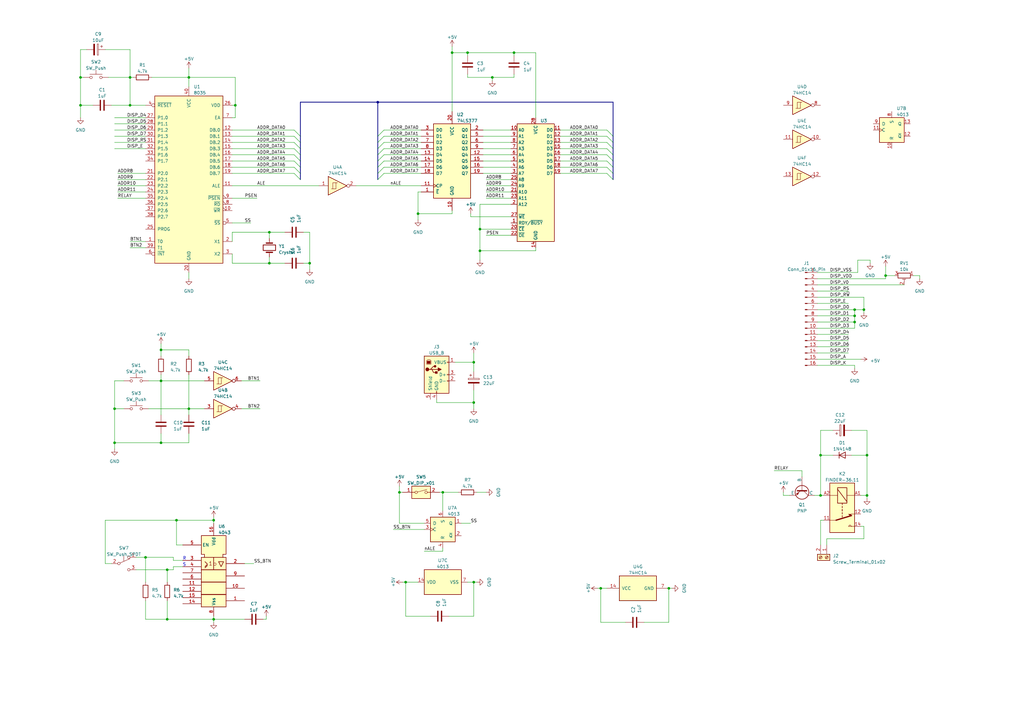
<source format=kicad_sch>
(kicad_sch (version 20230121) (generator eeschema)
  (paper "A3")
  (junction (at 127 107.95))
  (junction (at 185.42 21.59))
  (junction (at 46.99 167.64))
  (junction (at 110.49 107.95))
  (junction (at 53.34 31.75))
  (junction (at 194.31 148.59))
  (junction (at 194.31 165.1))
  (junction (at 72.39 213.36))
  (junction (at 68.58 233.68))
  (junction (at 181.61 201.93))
  (junction (at 66.04 181.61))
  (junction (at 110.49 95.25))
  (junction (at 87.63 254))
  (junction (at 363.22 113.03))
  (junction (at 196.85 102.87))
  (junction (at 350.52 127))
  (junction (at 246.38 241.3))
  (junction (at 166.37 238.76))
  (junction (at 96.52 43.18))
  (junction (at 66.04 143.51))
  (junction (at 336.55 186.69))
  (junction (at 59.69 228.6))
  (junction (at 163.83 201.93))
  (junction (at 87.63 213.36))
  (junction (at 191.77 21.59))
  (junction (at 68.58 254))
  (junction (at 46.99 181.61))
  (junction (at 77.47 167.64))
  (junction (at 350.52 132.08))
  (junction (at 33.02 43.18))
  (junction (at 354.33 127))
  (junction (at 66.04 156.21))
  (junction (at 350.52 129.54))
  (junction (at 274.32 241.3))
  (junction (at 77.47 31.75))
  (junction (at 154.94 41.91))
  (junction (at 33.02 31.75))
  (junction (at 196.85 93.98))
  (junction (at 210.82 21.59))
  (junction (at 336.55 203.2))
  (junction (at 53.34 43.18))
  (junction (at 201.93 31.75))
  (junction (at 355.6 186.69))
  (junction (at 194.31 238.76))
  (junction (at 355.6 203.2))
  (junction (at 171.45 87.63))
  (bus_entry (at 248.92 66.04) (size 2.54 2.54))
  (bus_entry (at 248.92 68.58) (size 2.54 2.54))
  (bus_entry (at 120.65 71.12) (size 2.54 2.54))
  (bus_entry (at 154.94 63.5) (size 2.54 -2.54))
  (bus_entry (at 248.92 58.42) (size 2.54 2.54))
  (bus_entry (at 248.92 63.5) (size 2.54 2.54))
  (bus_entry (at 154.94 68.58) (size 2.54 -2.54))
  (bus_entry (at 120.65 58.42) (size 2.54 2.54))
  (bus_entry (at 248.92 53.34) (size 2.54 2.54))
  (bus_entry (at 120.65 53.34) (size 2.54 2.54))
  (bus_entry (at 154.94 58.42) (size 2.54 -2.54))
  (bus_entry (at 120.65 63.5) (size 2.54 2.54))
  (bus_entry (at 120.65 68.58) (size 2.54 2.54))
  (bus_entry (at 248.92 55.88) (size 2.54 2.54))
  (bus_entry (at 248.92 60.96) (size 2.54 2.54))
  (bus_entry (at 154.94 60.96) (size 2.54 -2.54))
  (bus_entry (at 154.94 55.88) (size 2.54 -2.54))
  (bus_entry (at 154.94 66.04) (size 2.54 -2.54))
  (bus_entry (at 120.65 60.96) (size 2.54 2.54))
  (bus_entry (at 248.92 71.12) (size 2.54 2.54))
  (bus_entry (at 154.94 73.66) (size 2.54 -2.54))
  (bus_entry (at 154.94 71.12) (size 2.54 -2.54))
  (bus_entry (at 120.65 55.88) (size 2.54 2.54))
  (bus_entry (at 120.65 66.04) (size 2.54 2.54))
  (wire (pts (xy 363.22 113.03) (xy 367.03 113.03)))
  (wire (pts (xy 95.25 71.12) (xy 120.65 71.12)))
  (wire (pts (xy 46.99 55.88) (xy 59.69 55.88)))
  (wire (pts (xy 194.31 238.76) (xy 194.31 252.73)))
  (wire (pts (xy 95.25 43.18) (xy 96.52 43.18)))
  (wire (pts (xy 246.38 255.27) (xy 256.54 255.27)))
  (wire (pts (xy 95.25 53.34) (xy 120.65 53.34)))
  (wire (pts (xy 191.77 31.75) (xy 191.77 30.48)))
  (wire (pts (xy 157.48 58.42) (xy 172.72 58.42)))
  (wire (pts (xy 181.61 201.93) (xy 181.61 209.55)))
  (wire (pts (xy 95.25 107.95) (xy 95.25 104.14)))
  (wire (pts (xy 328.93 193.04) (xy 328.93 195.58)))
  (bus (pts (xy 251.46 55.88) (xy 251.46 41.91)))
  (wire (pts (xy 95.25 55.88) (xy 120.65 55.88)))
  (wire (pts (xy 339.09 223.52) (xy 339.09 220.98)))
  (wire (pts (xy 48.26 71.12) (xy 59.69 71.12)))
  (wire (pts (xy 95.25 95.25) (xy 95.25 99.06)))
  (wire (pts (xy 185.42 19.05) (xy 185.42 21.59)))
  (wire (pts (xy 351.79 111.76) (xy 335.28 111.76)))
  (wire (pts (xy 199.39 73.66) (xy 209.55 73.66)))
  (bus (pts (xy 251.46 71.12) (xy 251.46 68.58)))
  (wire (pts (xy 194.31 144.78) (xy 194.31 148.59)))
  (wire (pts (xy 351.79 106.68) (xy 356.87 106.68)))
  (bus (pts (xy 123.19 60.96) (xy 123.19 63.5)))
  (bus (pts (xy 251.46 73.66) (xy 251.46 71.12)))
  (wire (pts (xy 350.52 129.54) (xy 350.52 132.08)))
  (wire (pts (xy 77.47 143.51) (xy 77.47 146.05)))
  (bus (pts (xy 154.94 66.04) (xy 154.94 68.58)))
  (wire (pts (xy 46.99 181.61) (xy 66.04 181.61)))
  (bus (pts (xy 154.94 55.88) (xy 154.94 58.42)))
  (wire (pts (xy 199.39 76.2) (xy 209.55 76.2)))
  (wire (pts (xy 95.25 66.04) (xy 120.65 66.04)))
  (wire (pts (xy 355.6 186.69) (xy 355.6 203.2)))
  (wire (pts (xy 229.87 55.88) (xy 248.92 55.88)))
  (wire (pts (xy 95.25 60.96) (xy 120.65 60.96)))
  (wire (pts (xy 245.11 241.3) (xy 246.38 241.3)))
  (bus (pts (xy 154.94 71.12) (xy 154.94 73.66)))
  (wire (pts (xy 173.99 226.06) (xy 181.61 226.06)))
  (wire (pts (xy 173.99 217.17) (xy 161.29 217.17)))
  (wire (pts (xy 157.48 66.04) (xy 172.72 66.04)))
  (wire (pts (xy 96.52 43.18) (xy 96.52 31.75)))
  (wire (pts (xy 181.61 224.79) (xy 181.61 226.06)))
  (wire (pts (xy 335.28 137.16) (xy 347.98 137.16)))
  (bus (pts (xy 154.94 41.91) (xy 251.46 41.91)))
  (wire (pts (xy 180.34 201.93) (xy 181.61 201.93)))
  (wire (pts (xy 59.69 254) (xy 68.58 254)))
  (wire (pts (xy 198.12 66.04) (xy 209.55 66.04)))
  (wire (pts (xy 71.12 229.87) (xy 74.93 229.87)))
  (bus (pts (xy 123.19 41.91) (xy 154.94 41.91)))
  (wire (pts (xy 157.48 60.96) (xy 172.72 60.96)))
  (wire (pts (xy 350.52 127) (xy 350.52 129.54)))
  (wire (pts (xy 71.12 228.6) (xy 71.12 229.87)))
  (wire (pts (xy 46.99 53.34) (xy 59.69 53.34)))
  (wire (pts (xy 95.25 63.5) (xy 120.65 63.5)))
  (wire (pts (xy 77.47 111.76) (xy 77.47 114.3)))
  (wire (pts (xy 43.18 20.32) (xy 53.34 20.32)))
  (wire (pts (xy 43.18 213.36) (xy 72.39 213.36)))
  (wire (pts (xy 354.33 127) (xy 354.33 128.27)))
  (wire (pts (xy 199.39 201.93) (xy 195.58 201.93)))
  (wire (pts (xy 336.55 176.53) (xy 336.55 186.69)))
  (wire (pts (xy 66.04 140.97) (xy 66.04 143.51)))
  (wire (pts (xy 35.56 20.32) (xy 33.02 20.32)))
  (wire (pts (xy 363.22 114.3) (xy 363.22 113.03)))
  (wire (pts (xy 127 107.95) (xy 124.46 107.95)))
  (wire (pts (xy 336.55 213.36) (xy 337.82 213.36)))
  (wire (pts (xy 60.96 167.64) (xy 77.47 167.64)))
  (bus (pts (xy 251.46 66.04) (xy 251.46 63.5)))
  (wire (pts (xy 48.26 78.74) (xy 59.69 78.74)))
  (wire (pts (xy 194.31 152.4) (xy 194.31 148.59)))
  (wire (pts (xy 100.33 231.14) (xy 104.14 231.14)))
  (wire (pts (xy 165.1 201.93) (xy 163.83 201.93)))
  (wire (pts (xy 189.23 214.63) (xy 193.04 214.63)))
  (wire (pts (xy 198.12 53.34) (xy 209.55 53.34)))
  (wire (pts (xy 179.07 165.1) (xy 194.31 165.1)))
  (wire (pts (xy 124.46 95.25) (xy 127 95.25)))
  (wire (pts (xy 229.87 53.34) (xy 248.92 53.34)))
  (wire (pts (xy 335.28 129.54) (xy 350.52 129.54)))
  (wire (pts (xy 185.42 21.59) (xy 185.42 45.72)))
  (wire (pts (xy 59.69 228.6) (xy 59.69 238.76)))
  (wire (pts (xy 191.77 31.75) (xy 201.93 31.75)))
  (bus (pts (xy 251.46 68.58) (xy 251.46 66.04)))
  (wire (pts (xy 53.34 20.32) (xy 53.34 31.75)))
  (wire (pts (xy 33.02 43.18) (xy 33.02 48.26)))
  (wire (pts (xy 46.99 60.96) (xy 59.69 60.96)))
  (wire (pts (xy 110.49 105.41) (xy 110.49 107.95)))
  (wire (pts (xy 349.25 186.69) (xy 355.6 186.69)))
  (wire (pts (xy 43.18 231.14) (xy 43.18 213.36)))
  (bus (pts (xy 123.19 68.58) (xy 123.19 71.12)))
  (wire (pts (xy 95.25 91.44) (xy 102.87 91.44)))
  (wire (pts (xy 198.12 63.5) (xy 209.55 63.5)))
  (wire (pts (xy 198.12 71.12) (xy 209.55 71.12)))
  (wire (pts (xy 157.48 53.34) (xy 172.72 53.34)))
  (wire (pts (xy 274.32 255.27) (xy 264.16 255.27)))
  (wire (pts (xy 50.8 167.64) (xy 46.99 167.64)))
  (wire (pts (xy 53.34 43.18) (xy 59.69 43.18)))
  (wire (pts (xy 194.31 165.1) (xy 194.31 167.64)))
  (wire (pts (xy 95.25 48.26) (xy 96.52 48.26)))
  (wire (pts (xy 353.06 215.9) (xy 354.33 215.9)))
  (wire (pts (xy 166.37 238.76) (xy 171.45 238.76)))
  (wire (pts (xy 66.04 181.61) (xy 66.04 177.8)))
  (wire (pts (xy 72.39 213.36) (xy 72.39 223.52)))
  (wire (pts (xy 66.04 153.67) (xy 66.04 156.21)))
  (wire (pts (xy 96.52 31.75) (xy 77.47 31.75)))
  (wire (pts (xy 181.61 201.93) (xy 187.96 201.93)))
  (wire (pts (xy 110.49 95.25) (xy 116.84 95.25)))
  (wire (pts (xy 219.71 101.6) (xy 219.71 102.87)))
  (wire (pts (xy 166.37 252.73) (xy 176.53 252.73)))
  (wire (pts (xy 199.39 81.28) (xy 209.55 81.28)))
  (wire (pts (xy 201.93 31.75) (xy 210.82 31.75)))
  (wire (pts (xy 354.33 127) (xy 354.33 121.92)))
  (wire (pts (xy 77.47 177.8) (xy 77.47 181.61)))
  (wire (pts (xy 199.39 78.74) (xy 209.55 78.74)))
  (wire (pts (xy 209.55 83.82) (xy 196.85 83.82)))
  (wire (pts (xy 77.47 167.64) (xy 83.82 167.64)))
  (wire (pts (xy 210.82 21.59) (xy 210.82 22.86)))
  (wire (pts (xy 341.63 176.53) (xy 336.55 176.53)))
  (wire (pts (xy 163.83 199.39) (xy 163.83 201.93)))
  (wire (pts (xy 33.02 43.18) (xy 38.1 43.18)))
  (wire (pts (xy 72.39 223.52) (xy 74.93 223.52)))
  (wire (pts (xy 146.05 76.2) (xy 172.72 76.2)))
  (wire (pts (xy 323.85 203.2) (xy 321.31 203.2)))
  (wire (pts (xy 370.84 116.84) (xy 335.28 116.84)))
  (wire (pts (xy 350.52 127) (xy 354.33 127)))
  (wire (pts (xy 72.39 213.36) (xy 87.63 213.36)))
  (wire (pts (xy 60.96 156.21) (xy 66.04 156.21)))
  (wire (pts (xy 229.87 60.96) (xy 248.92 60.96)))
  (wire (pts (xy 77.47 170.18) (xy 77.47 167.64)))
  (wire (pts (xy 99.06 167.64) (xy 106.68 167.64)))
  (wire (pts (xy 46.99 167.64) (xy 46.99 181.61)))
  (wire (pts (xy 87.63 254) (xy 87.63 255.27)))
  (wire (pts (xy 34.29 31.75) (xy 33.02 31.75)))
  (wire (pts (xy 48.26 73.66) (xy 59.69 73.66)))
  (wire (pts (xy 171.45 87.63) (xy 185.42 87.63)))
  (wire (pts (xy 194.31 148.59) (xy 186.69 148.59)))
  (wire (pts (xy 53.34 31.75) (xy 54.61 31.75)))
  (wire (pts (xy 356.87 106.68) (xy 356.87 107.95)))
  (wire (pts (xy 171.45 87.63) (xy 171.45 90.17)))
  (wire (pts (xy 335.28 124.46) (xy 347.98 124.46)))
  (bus (pts (xy 123.19 71.12) (xy 123.19 73.66)))
  (wire (pts (xy 53.34 31.75) (xy 53.34 43.18)))
  (wire (pts (xy 339.09 220.98) (xy 354.33 220.98)))
  (wire (pts (xy 48.26 81.28) (xy 59.69 81.28)))
  (wire (pts (xy 99.06 156.21) (xy 106.68 156.21)))
  (wire (pts (xy 229.87 71.12) (xy 248.92 71.12)))
  (wire (pts (xy 157.48 68.58) (xy 172.72 68.58)))
  (wire (pts (xy 68.58 233.68) (xy 68.58 238.76)))
  (wire (pts (xy 68.58 233.68) (xy 71.12 233.68)))
  (wire (pts (xy 335.28 149.86) (xy 350.52 149.86)))
  (wire (pts (xy 166.37 238.76) (xy 166.37 252.73)))
  (wire (pts (xy 350.52 151.13) (xy 350.52 149.86)))
  (wire (pts (xy 336.55 213.36) (xy 336.55 223.52)))
  (wire (pts (xy 194.31 252.73) (xy 184.15 252.73)))
  (wire (pts (xy 33.02 31.75) (xy 33.02 43.18)))
  (wire (pts (xy 198.12 58.42) (xy 209.55 58.42)))
  (wire (pts (xy 77.47 31.75) (xy 77.47 35.56)))
  (wire (pts (xy 95.25 95.25) (xy 110.49 95.25)))
  (wire (pts (xy 377.19 113.03) (xy 374.65 113.03)))
  (wire (pts (xy 77.47 27.94) (xy 77.47 31.75)))
  (wire (pts (xy 59.69 228.6) (xy 71.12 228.6)))
  (wire (pts (xy 179.07 163.83) (xy 179.07 165.1)))
  (wire (pts (xy 95.25 81.28) (xy 105.41 81.28)))
  (wire (pts (xy 229.87 58.42) (xy 248.92 58.42)))
  (wire (pts (xy 335.28 144.78) (xy 347.98 144.78)))
  (wire (pts (xy 110.49 107.95) (xy 95.25 107.95)))
  (wire (pts (xy 116.84 107.95) (xy 110.49 107.95)))
  (wire (pts (xy 377.19 114.3) (xy 377.19 113.03)))
  (wire (pts (xy 335.28 134.62) (xy 350.52 134.62)))
  (wire (pts (xy 87.63 212.09) (xy 87.63 213.36)))
  (wire (pts (xy 55.88 228.6) (xy 59.69 228.6)))
  (wire (pts (xy 335.28 121.92) (xy 354.33 121.92)))
  (wire (pts (xy 110.49 95.25) (xy 110.49 97.79)))
  (wire (pts (xy 77.47 153.67) (xy 77.47 167.64)))
  (wire (pts (xy 336.55 203.2) (xy 337.82 203.2)))
  (bus (pts (xy 154.94 41.91) (xy 154.94 55.88)))
  (wire (pts (xy 172.72 78.74) (xy 171.45 78.74)))
  (wire (pts (xy 157.48 71.12) (xy 172.72 71.12)))
  (wire (pts (xy 96.52 48.26) (xy 96.52 43.18)))
  (wire (pts (xy 194.31 165.1) (xy 194.31 160.02)))
  (wire (pts (xy 194.31 238.76) (xy 195.58 238.76)))
  (bus (pts (xy 123.19 63.5) (xy 123.19 66.04)))
  (wire (pts (xy 246.38 241.3) (xy 246.38 255.27)))
  (wire (pts (xy 48.26 76.2) (xy 59.69 76.2)))
  (wire (pts (xy 46.99 156.21) (xy 46.99 167.64)))
  (wire (pts (xy 196.85 93.98) (xy 209.55 93.98)))
  (wire (pts (xy 95.25 76.2) (xy 130.81 76.2)))
  (wire (pts (xy 335.28 147.32) (xy 353.06 147.32)))
  (wire (pts (xy 53.34 99.06) (xy 59.69 99.06)))
  (wire (pts (xy 191.77 21.59) (xy 210.82 21.59)))
  (wire (pts (xy 55.88 233.68) (xy 68.58 233.68)))
  (wire (pts (xy 355.6 176.53) (xy 355.6 186.69)))
  (bus (pts (xy 154.94 60.96) (xy 154.94 63.5)))
  (wire (pts (xy 350.52 132.08) (xy 350.52 134.62)))
  (wire (pts (xy 335.28 142.24) (xy 347.98 142.24)))
  (wire (pts (xy 199.39 96.52) (xy 209.55 96.52)))
  (wire (pts (xy 185.42 21.59) (xy 191.77 21.59)))
  (wire (pts (xy 66.04 143.51) (xy 77.47 143.51)))
  (wire (pts (xy 219.71 21.59) (xy 219.71 48.26)))
  (wire (pts (xy 44.45 31.75) (xy 53.34 31.75)))
  (wire (pts (xy 66.04 146.05) (xy 66.04 143.51)))
  (wire (pts (xy 46.99 58.42) (xy 59.69 58.42)))
  (wire (pts (xy 171.45 78.74) (xy 171.45 87.63)))
  (wire (pts (xy 163.83 214.63) (xy 173.99 214.63)))
  (wire (pts (xy 53.34 101.6) (xy 59.69 101.6)))
  (wire (pts (xy 198.12 60.96) (xy 209.55 60.96)))
  (wire (pts (xy 193.04 88.9) (xy 193.04 87.63)))
  (wire (pts (xy 191.77 238.76) (xy 194.31 238.76)))
  (wire (pts (xy 68.58 254) (xy 87.63 254)))
  (wire (pts (xy 274.32 241.3) (xy 275.59 241.3)))
  (wire (pts (xy 45.72 43.18) (xy 53.34 43.18)))
  (wire (pts (xy 229.87 63.5) (xy 248.92 63.5)))
  (bus (pts (xy 123.19 41.91) (xy 123.19 55.88)))
  (wire (pts (xy 321.31 203.2) (xy 321.31 201.93)))
  (wire (pts (xy 210.82 21.59) (xy 219.71 21.59)))
  (wire (pts (xy 87.63 213.36) (xy 87.63 214.63)))
  (bus (pts (xy 123.19 66.04) (xy 123.19 68.58)))
  (wire (pts (xy 198.12 68.58) (xy 209.55 68.58)))
  (wire (pts (xy 46.99 48.26) (xy 59.69 48.26)))
  (wire (pts (xy 45.72 231.14) (xy 43.18 231.14)))
  (wire (pts (xy 33.02 20.32) (xy 33.02 31.75)))
  (wire (pts (xy 196.85 102.87) (xy 196.85 106.68)))
  (wire (pts (xy 317.5 193.04) (xy 328.93 193.04)))
  (wire (pts (xy 274.32 241.3) (xy 274.32 255.27)))
  (wire (pts (xy 335.28 139.7) (xy 347.98 139.7)))
  (wire (pts (xy 335.28 132.08) (xy 350.52 132.08)))
  (wire (pts (xy 210.82 30.48) (xy 210.82 31.75)))
  (wire (pts (xy 46.99 181.61) (xy 46.99 184.15)))
  (wire (pts (xy 109.22 254) (xy 109.22 252.73)))
  (wire (pts (xy 191.77 21.59) (xy 191.77 22.86)))
  (wire (pts (xy 196.85 83.82) (xy 196.85 93.98)))
  (wire (pts (xy 100.33 254) (xy 87.63 254)))
  (wire (pts (xy 165.1 238.76) (xy 166.37 238.76)))
  (wire (pts (xy 185.42 86.36) (xy 185.42 87.63)))
  (wire (pts (xy 46.99 50.8) (xy 59.69 50.8)))
  (wire (pts (xy 349.25 176.53) (xy 355.6 176.53)))
  (wire (pts (xy 109.22 254) (xy 107.95 254)))
  (bus (pts (xy 154.94 68.58) (xy 154.94 71.12)))
  (wire (pts (xy 229.87 68.58) (xy 248.92 68.58)))
  (wire (pts (xy 95.25 68.58) (xy 120.65 68.58)))
  (wire (pts (xy 95.25 58.42) (xy 120.65 58.42)))
  (wire (pts (xy 209.55 88.9) (xy 193.04 88.9)))
  (wire (pts (xy 334.01 203.2) (xy 336.55 203.2)))
  (wire (pts (xy 127 95.25) (xy 127 107.95)))
  (wire (pts (xy 336.55 186.69) (xy 336.55 203.2)))
  (wire (pts (xy 66.04 156.21) (xy 83.82 156.21)))
  (wire (pts (xy 127 107.95) (xy 127 110.49)))
  (wire (pts (xy 77.47 181.61) (xy 66.04 181.61)))
  (wire (pts (xy 363.22 113.03) (xy 363.22 109.22)))
  (wire (pts (xy 198.12 55.88) (xy 209.55 55.88)))
  (bus (pts (xy 123.19 55.88) (xy 123.19 58.42)))
  (wire (pts (xy 87.63 252.73) (xy 87.63 254)))
  (bus (pts (xy 154.94 63.5) (xy 154.94 66.04)))
  (wire (pts (xy 59.69 246.38) (xy 59.69 254)))
  (bus (pts (xy 251.46 63.5) (xy 251.46 60.96)))
  (wire (pts (xy 163.83 201.93) (xy 163.83 214.63)))
  (wire (pts (xy 66.04 156.21) (xy 66.04 170.18)))
  (wire (pts (xy 201.93 31.75) (xy 201.93 33.02)))
  (bus (pts (xy 251.46 58.42) (xy 251.46 55.88)))
  (wire (pts (xy 354.33 215.9) (xy 354.33 220.98)))
  (bus (pts (xy 123.19 58.42) (xy 123.19 60.96)))
  (wire (pts (xy 196.85 102.87) (xy 219.71 102.87)))
  (wire (pts (xy 157.48 55.88) (xy 172.72 55.88)))
  (wire (pts (xy 355.6 203.2) (xy 353.06 203.2)))
  (wire (pts (xy 351.79 106.68) (xy 351.79 111.76)))
  (wire (pts (xy 335.28 114.3) (xy 363.22 114.3)))
  (wire (pts (xy 157.48 63.5) (xy 172.72 63.5)))
  (wire (pts (xy 50.8 156.21) (xy 46.99 156.21)))
  (wire (pts (xy 355.6 204.47) (xy 355.6 203.2)))
  (wire (pts (xy 246.38 241.3) (xy 248.92 241.3)))
  (wire (pts (xy 335.28 127) (xy 350.52 127)))
  (wire (pts (xy 335.28 119.38) (xy 347.98 119.38)))
  (bus (pts (xy 154.94 58.42) (xy 154.94 60.96)))
  (wire (pts (xy 71.12 232.41) (xy 71.12 233.68)))
  (bus (pts (xy 251.46 60.96) (xy 251.46 58.42)))
  (wire (pts (xy 62.23 31.75) (xy 77.47 31.75)))
  (wire (pts (xy 196.85 93.98) (xy 196.85 102.87)))
  (wire (pts (xy 71.12 232.41) (xy 74.93 232.41)))
  (wire (pts (xy 68.58 246.38) (xy 68.58 254)))
  (wire (pts (xy 341.63 186.69) (xy 336.55 186.69)))
  (wire (pts (xy 229.87 66.04) (xy 248.92 66.04)))
  (text "S" (at 74.93 232.41 0) (effects (font (size 1.27 1.27)) (justify left bottom)))
  (text "R" (at 74.93 229.87 0) (effects (font (size 1.27 1.27)) (justify left bottom)))
  (label "DISP_E" (at 52.07 60.96 0))
  (label "DISP_D5" (at 340.36 139.7 0))
  (label "DISP_D1" (at 340.36 129.54 0))
  (label "ADDR_DATA2" (at 233.68 58.42 0))
  (label "nALE" (at 160.02 76.2 0))
  (label "ADDR11" (at 48.26 78.74 0))
  (label "ADDR11" (at 199.39 81.28 0))
  (label "BTN2" (at 101.6 167.64 0))
  (label "DISP_RS" (at 52.07 58.42 0))
  (label "ADDR9" (at 48.26 73.66 0))
  (label "ADDR_DATA4" (at 105.41 63.5 0))
  (label "DISP_D6" (at 340.36 142.24 0))
  (label "ADDR8" (at 48.26 71.12 0))
  (label "ADDR_DATA1" (at 233.68 55.88 0))
  (label "ADDR_DATA0" (at 105.41 53.34 0))
  (label "ADDR10" (at 199.39 78.74 0))
  (label "RELAY" (at 48.26 81.28 0))
  (label "ADDR_DATA2" (at 160.02 58.42 0))
  (label "ADDR_DATA4" (at 233.68 63.5 0))
  (label "ADDR_DATA4" (at 160.02 63.5 0))
  (label "DISP_D0" (at 340.36 127 0))
  (label "ADDR10" (at 48.26 76.2 0))
  (label "ADDR_DATA3" (at 160.02 60.96 0))
  (label "ADDR_DATA2" (at 105.41 58.42 0))
  (label "DISP_RS" (at 340.36 119.38 0))
  (label "DISP_VSS" (at 340.36 111.76 0))
  (label "DISP_D5" (at 52.07 50.8 0))
  (label "DISP_D7" (at 52.07 55.88 0))
  (label "ADDR_DATA3" (at 105.41 60.96 0))
  (label "ADDR_DATA7" (at 105.41 71.12 0))
  (label "DISP_D3" (at 340.36 134.62 0))
  (label "ADDR_DATA5" (at 233.68 66.04 0))
  (label "DISP_D6" (at 52.07 53.34 0))
  (label "DISP_A" (at 340.36 147.32 0))
  (label "DISP_E" (at 340.36 124.46 0))
  (label "ADDR_DATA6" (at 105.41 68.58 0))
  (label "RELAY" (at 317.5 193.04 0))
  (label "BTN1" (at 53.34 99.06 0))
  (label "SS_BTN" (at 104.14 231.14 0))
  (label "ADDR9" (at 199.39 76.2 0))
  (label "ADDR_DATA6" (at 233.68 68.58 0))
  (label "ADDR_DATA6" (at 160.02 68.58 0))
  (label "BTN2" (at 53.34 101.6 0))
  (label "DISP_K" (at 340.36 149.86 0))
  (label "ADDR8" (at 199.39 73.66 0))
  (label "ADDR_DATA7" (at 233.68 71.12 0))
  (label "ADDR_DATA5" (at 105.41 66.04 0))
  (label "PSEN" (at 199.39 96.52 0))
  (label "ADDR_DATA0" (at 160.02 53.34 0))
  (label "ADDR_DATA1" (at 105.41 55.88 0))
  (label "ADDR_DATA0" (at 233.68 53.34 0))
  (label "DISP_D2" (at 340.36 132.08 0))
  (label "DISP_VDD" (at 340.36 114.3 0))
  (label "DISP_V0" (at 340.36 116.84 0))
  (label "ADDR_DATA3" (at 233.68 60.96 0))
  (label "DISP_D4" (at 52.07 48.26 0))
  (label "ADDR_DATA7" (at 160.02 71.12 0))
  (label "PSEN" (at 100.33 81.28 0))
  (label "DISP_D4" (at 340.36 137.16 0))
  (label "nALE" (at 173.99 226.06 0))
  (label "DISP_D7" (at 340.36 144.78 0))
  (label "ALE" (at 105.41 76.2 0))
  (label "ADDR_DATA5" (at 160.02 66.04 0))
  (label "SS" (at 100.33 91.44 0))
  (label "SS" (at 193.04 214.63 0))
  (label "BTN1" (at 101.6 156.21 0))
  (label "ADDR_DATA1" (at 160.02 55.88 0))
  (label "DISP_R~{W}" (at 340.36 121.92 0))
  (label "SS_BTN" (at 161.29 217.17 0))
  (symbol (lib_id "4xxx:4013") (at 181.61 238.76 90) (unit 3)
    (property "Reference" "U7" (at 181.61 229.87 90))
    (property "Value" "4013" (at 181.61 232.41 90))
    (property "Footprint" "Package_DIP:DIP-14_W7.62mm" (effects hide))
    (property "Datasheet" "http://www.onsemi.com/pub/Collateral/MC14013B-D.PDF" (effects hide))
  )
  (symbol (lib_id "Device:C_Polarized") (at 39.37 20.32 270) (unit 1)
    (property "Reference" "C9" (at 40.259 13.97 90))
    (property "Value" "10uF" (at 40.259 16.51 90))
  )
  (symbol (lib_id "power:+5V") (at 321.31 201.93 0) (unit 1)
    (property "Reference" "#PWR028" (effects hide))
    (property "Value" "+5V" (at 321.31 198.12 0))
  )
  (symbol (lib_id "power:GND") (at 355.6 204.47 0) (unit 1)
    (property "Reference" "#PWR027" (effects hide))
    (property "Value" "GND" (at 355.6 209.55 0))
  )
  (symbol (lib_id "Device:R_Potentiometer_Trim") (at 370.84 113.03 270) (unit 1)
    (property "Reference" "RV1" (at 370.84 107.95 90))
    (property "Value" "10k" (at 370.84 110.49 90))
  )
  (symbol (lib_id "power:+5V") (at 66.04 140.97 0) (unit 1)
    (property "Reference" "#PWR019" (effects hide))
    (property "Value" "+5V" (at 66.04 137.16 0))
  )
  (symbol (lib_id "power:+5V") (at 87.63 212.09 0) (unit 1)
    (property "Reference" "#PWR021" (effects hide))
    (property "Value" "+5V" (at 87.63 208.28 0))
  )
  (symbol (lib_id "power:GND") (at 354.33 128.27 0) (unit 1)
    (property "Reference" "#PWR017" (effects hide))
    (property "Value" "GND" (at 354.33 133.35 0))
  )
  (symbol (lib_id "Device:R") (at 191.77 201.93 90) (unit 1)
    (property "Reference" "R7" (at 191.77 196.85 90))
    (property "Value" "4.7k" (at 191.77 199.39 90))
    (property "Footprint" "Resistor_THT:R_Axial_DIN0207_L6.3mm_D2.5mm_P15.24mm_Horizontal" (effects hide))
  )
  (symbol (lib_id "74xx:74HC14") (at 91.44 167.64 0) (unit 2)
    (property "Reference" "U4" (at 91.44 160.02 0))
    (property "Value" "74HC14" (at 91.44 162.56 0))
    (property "Footprint" "Package_DIP:DIP-14_W7.62mm" (effects hide))
    (property "Datasheet" "http://www.ti.com/lit/gpn/sn74HC14" (effects hide))
  )
  (symbol (lib_id "Device:C") (at 120.65 107.95 270) (unit 1)
    (property "Reference" "C6" (at 120.015 104.14 0) (effects (justify right)))
    (property "Value" "1uF" (at 122.555 104.14 0) (effects (justify right)))
    (property "Footprint" "Capacitor_THT:C_Rect_L4.6mm_W2.0mm_P2.50mm_MKS02_FKP02" (effects hide))
  )
  (symbol (lib_id "power:+5V") (at 165.1 238.76 90) (unit 1)
    (property "Reference" "#PWR024" (effects hide))
    (property "Value" "+5V" (at 161.29 238.76 0))
  )
  (symbol (lib_id "Simulation_SPICE:PNP") (at 328.93 200.66 270) (unit 1)
    (property "Reference" "Q1" (at 328.93 207.01 90))
    (property "Value" "PNP" (at 328.93 209.55 90))
    (property "Sim.Device" "PNP" (effects hide))
    (property "Sim.Type" "GUMMELPOON" (effects hide))
    (property "Sim.Pins" "1=C 2=B 3=E" (effects hide))
  )
  (symbol (lib_id "Device:R") (at 77.47 149.86 180) (unit 1)
    (property "Reference" "R3" (at 81.28 149.225 0) (effects (justify right)))
    (property "Value" "4.7k" (at 81.28 151.765 0) (effects (justify right)))
    (property "Footprint" "Resistor_THT:R_Axial_DIN0207_L6.3mm_D2.5mm_P15.24mm_Horizontal" (effects hide))
  )
  (symbol (lib_id "74xx:74HC14") (at 328.93 43.18 0) (unit 4)
    (property "Reference" "U4" (at 328.93 35.56 0))
    (property "Value" "74HC14" (at 328.93 38.1 0))
    (property "Footprint" "Package_DIP:DIP-14_W7.62mm" (effects hide))
    (property "Datasheet" "http://www.ti.com/lit/gpn/sn74HC14" (effects hide))
  )
  (symbol (lib_id "Diode:1N4148") (at 345.44 186.69 0) (unit 1)
    (property "Reference" "D1" (at 345.44 181.61 0))
    (property "Value" "1N4148" (at 345.44 184.15 0))
    (property "Footprint" "Diode_THT:D_DO-35_SOD27_P7.62mm_Horizontal" (effects hide))
    (property "Datasheet" "https://assets.nexperia.com/documents/data-sheet/1N4148_1N4448.pdf" (effects hide))
    (property "Sim.Device" "D" (effects hide))
    (property "Sim.Pins" "1=K 2=A" (effects hide))
  )
  (symbol (lib_id "power:+5V") (at 77.47 27.94 0) (unit 1)
    (property "Reference" "#PWR06" (effects hide))
    (property "Value" "+5V" (at 77.47 24.13 0))
  )
  (symbol (lib_id "power:GND") (at 350.52 151.13 0) (unit 1)
    (property "Reference" "#PWR015" (effects hide))
    (property "Value" "GND" (at 350.52 156.21 0))
  )
  (symbol (lib_id "Device:R") (at 58.42 31.75 270) (unit 1)
    (property "Reference" "R1" (at 58.42 26.67 90))
    (property "Value" "4.7k" (at 58.42 29.21 90))
    (property "Footprint" "Resistor_THT:R_Axial_DIN0207_L6.3mm_D2.5mm_P15.24mm_Horizontal" (effects hide))
  )
  (symbol (lib_id "4xxx_IEEE:4043") (at 87.63 229.87 0) (unit 1)
    (property "Reference" "U6" (at 89.5859 215.9 0) (effects (justify left)))
    (property "Value" "4043" (at 89.5859 218.44 0) (effects (justify left)))
    (property "Footprint" "Package_DIP:DIP-16_W7.62mm" (effects hide))
  )
  (symbol (lib_id "MCU_Intel:8035") (at 77.47 73.66 0) (unit 1)
    (property "Reference" "U1" (at 79.4259 35.56 0) (effects (justify left)))
    (property "Value" "8035" (at 79.4259 38.1 0) (effects (justify left)))
    (property "Footprint" "Package_DIP:DIP-40_W15.24mm" (effects hide))
  )
  (symbol (lib_id "74xx:74HC14") (at 328.93 72.39 0) (unit 6)
    (property "Reference" "U4" (at 328.93 64.77 0))
    (property "Value" "74HC14" (at 328.93 67.31 0))
    (property "Footprint" "Package_DIP:DIP-14_W7.62mm" (effects hide))
    (property "Datasheet" "http://www.ti.com/lit/gpn/sn74HC14" (effects hide))
  )
  (symbol (lib_id "Connector:USB_B") (at 179.07 153.67 0) (unit 1)
    (property "Reference" "J3" (at 179.07 142.24 0))
    (property "Value" "USB_B" (at 179.07 144.78 0))
    (property "Datasheet" " ~" (effects hide))
  )
  (symbol (lib_id "power:GND") (at 33.02 48.26 0) (unit 1)
    (property "Reference" "#PWR07" (effects hide))
    (property "Value" "GND" (at 33.02 53.34 0))
  )
  (symbol (lib_id "Device:C") (at 260.35 255.27 270) (unit 1)
    (property "Reference" "C2" (at 259.715 251.46 0) (effects (justify right)))
    (property "Value" "1uF" (at 262.255 251.46 0) (effects (justify right)))
    (property "Footprint" "Capacitor_THT:C_Rect_L4.6mm_W2.0mm_P2.50mm_MKS02_FKP02" (effects hide))
  )
  (symbol (lib_id "Device:C") (at 66.04 173.99 0) (unit 1)
    (property "Reference" "C10" (at 71.12 173.355 0) (effects (justify left)))
    (property "Value" "1uF" (at 71.12 175.895 0) (effects (justify left)))
    (property "Footprint" "Capacitor_THT:C_Rect_L4.6mm_W2.0mm_P2.50mm_MKS02_FKP02" (effects hide))
  )
  (symbol (lib_id "Memory_EEPROM:AT28C64") (at 218.44 73.66 0) (unit 1)
    (property "Reference" "U3" (at 221.6659 49.53 0) (effects (justify left)))
    (property "Value" "~" (at 191.77 68.58 0))
    (property "Footprint" "Package_DIP:DIP-28_W15.24mm" (effects hide))
  )
  (symbol (lib_id "Device:C") (at 104.14 254 270) (unit 1)
    (property "Reference" "C7" (at 104.14 247.65 90))
    (property "Value" "1uF" (at 104.14 250.19 90))
    (property "Footprint" "Capacitor_THT:C_Rect_L4.6mm_W2.0mm_P2.50mm_MKS02_FKP02" (effects hide))
  )
  (symbol (lib_id "74xx:74HC14") (at 261.62 241.3 90) (unit 7)
    (property "Reference" "U4" (at 261.62 232.41 90))
    (property "Value" "74HC14" (at 261.62 234.95 90))
    (property "Footprint" "Package_DIP:DIP-14_W7.62mm" (effects hide))
    (property "Datasheet" "http://www.ti.com/lit/gpn/sn74HC14" (effects hide))
  )
  (symbol (lib_id "power:+5V") (at 185.42 19.05 0) (unit 1)
    (property "Reference" "#PWR05" (effects hide))
    (property "Value" "+5V" (at 185.42 15.24 0))
  )
  (symbol (lib_id "Device:C") (at 120.65 95.25 270) (unit 1)
    (property "Reference" "C5" (at 120.015 91.44 0) (effects (justify right)))
    (property "Value" "1uF" (at 122.555 91.44 0) (effects (justify right)))
    (property "Footprint" "Capacitor_THT:C_Rect_L4.6mm_W2.0mm_P2.50mm_MKS02_FKP02" (effects hide))
  )
  (symbol (lib_id "Device:R") (at 66.04 149.86 180) (unit 1)
    (property "Reference" "R2" (at 69.85 149.225 0) (effects (justify right)))
    (property "Value" "4.7k" (at 69.85 151.765 0) (effects (justify right)))
    (property "Footprint" "Resistor_THT:R_Axial_DIN0207_L6.3mm_D2.5mm_P15.24mm_Horizontal" (effects hide))
  )
  (symbol (lib_id "74xx:74HC14") (at 138.43 76.2 0) (unit 1)
    (property "Reference" "U4" (at 138.43 68.58 0))
    (property "Value" "74HC14" (at 138.43 71.12 0))
    (property "Footprint" "Package_DIP:DIP-14_W7.62mm" (effects hide))
    (property "Datasheet" "http://www.ti.com/lit/gpn/sn74HC14" (effects hide))
  )
  (symbol (lib_id "power:+5V") (at 163.83 199.39 0) (unit 1)
    (property "Reference" "#PWR023" (effects hide))
    (property "Value" "+5V" (at 163.83 195.58 0))
  )
  (symbol (lib_id "Device:R") (at 59.69 242.57 0) (unit 1)
    (property "Reference" "R5" (at 62.23 241.935 0) (effects (justify left)))
    (property "Value" "4.7k" (at 62.23 244.475 0) (effects (justify left)))
    (property "Footprint" "Resistor_THT:R_Axial_DIN0207_L6.3mm_D2.5mm_P15.24mm_Horizontal" (effects hide))
  )
  (symbol (lib_id "74xx:74HC14") (at 328.93 57.15 0) (unit 5)
    (property "Reference" "U4" (at 328.93 49.53 0))
    (property "Value" "74HC14" (at 328.93 52.07 0))
    (property "Footprint" "Package_DIP:DIP-14_W7.62mm" (effects hide))
    (property "Datasheet" "http://www.ti.com/lit/gpn/sn74HC14" (effects hide))
  )
  (symbol (lib_id "Connector:Screw_Terminal_01x02") (at 339.09 228.6 270) (unit 1)
    (property "Reference" "J2" (at 341.63 227.965 90) (effects (justify left)))
    (property "Value" "Screw_Terminal_01x02" (at 341.63 230.505 90) (effects (justify left)))
  )
  (symbol (lib_id "Device:C") (at 210.82 26.67 0) (unit 1)
    (property "Reference" "C4" (at 214.63 26.035 0) (effects (justify left)))
    (property "Value" "1uF" (at 214.63 28.575 0) (effects (justify left)))
    (property "Footprint" "Capacitor_THT:C_Rect_L4.6mm_W2.0mm_P2.50mm_MKS02_FKP02" (effects hide))
  )
  (symbol (lib_id "power:GND") (at 196.85 106.68 0) (unit 1)
    (property "Reference" "#PWR01" (effects hide))
    (property "Value" "GND" (at 196.85 111.76 0))
  )
  (symbol (lib_id "Device:C") (at 180.34 252.73 270) (unit 1)
    (property "Reference" "C8" (at 179.705 248.92 0) (effects (justify right)))
    (property "Value" "1uF" (at 182.245 248.92 0) (effects (justify right)))
    (property "Footprint" "Capacitor_THT:C_Rect_L4.6mm_W2.0mm_P2.50mm_MKS02_FKP02" (effects hide))
  )
  (symbol (lib_id "power:GND") (at 377.19 114.3 0) (unit 1)
    (property "Reference" "#PWR014" (effects hide))
    (property "Value" "GND" (at 377.19 119.38 0))
  )
  (symbol (lib_id "Device:C") (at 41.91 43.18 90) (unit 1)
    (property "Reference" "C1" (at 41.91 36.83 90))
    (property "Value" "1uF" (at 41.91 39.37 90))
    (property "Footprint" "Capacitor_THT:C_Rect_L4.6mm_W2.0mm_P2.50mm_MKS02_FKP02" (effects hide))
  )
  (symbol (lib_id "power:GND") (at 46.99 184.15 0) (unit 1)
    (property "Reference" "#PWR011" (effects hide))
    (property "Value" "GND" (at 46.99 189.23 0))
  )
  (symbol (lib_id "Relay:FINDER-36.11") (at 345.44 208.28 270) (unit 1)
    (property "Reference" "K2" (at 345.44 194.31 90))
    (property "Value" "FINDER-36.11" (at 345.44 196.85 90))
    (property "Footprint" "Relay_THT:Relay_SPDT_Finder_36.11" (effects hide))
    (property "Datasheet" "https://gfinder.findernet.com/public/attachments/36/EN/S36EN.pdf" (effects hide))
  )
  (symbol (lib_id "power:GND") (at 356.87 107.95 0) (unit 1)
    (property "Reference" "#PWR012" (effects hide))
    (property "Value" "GND" (at 356.87 113.03 0))
  )
  (symbol (lib_id "power:GND") (at 127 110.49 0) (unit 1)
    (property "Reference" "#PWR018" (effects hide))
    (property "Value" "GND" (at 127 115.57 0))
  )
  (symbol (lib_id "Device:C") (at 191.77 26.67 0) (unit 1)
    (property "Reference" "C3" (at 195.58 26.035 0) (effects (justify left)))
    (property "Value" "1uF" (at 195.58 28.575 0) (effects (justify left)))
    (property "Footprint" "Capacitor_THT:C_Rect_L4.6mm_W2.0mm_P2.50mm_MKS02_FKP02" (effects hide))
  )
  (symbol (lib_id "Switch:SW_Push_SPDT") (at 50.8 231.14 0) (unit 1)
    (property "Reference" "SW7" (at 50.8 224.79 0))
    (property "Value" "SW_Push_SPDT" (at 50.8 227.33 0))
  )
  (symbol (lib_id "4xxx:4013") (at 365.76 53.34 0) (unit 2)
    (property "Reference" "U7" (at 367.7159 44.45 0) (effects (justify left)))
    (property "Value" "4013" (at 367.7159 46.99 0) (effects (justify left)))
    (property "Footprint" "Package_DIP:DIP-14_W7.62mm" (effects hide))
    (property "Datasheet" "http://www.onsemi.com/pub/Collateral/MC14013B-D.PDF" (effects hide))
  )
  (symbol (lib_id "power:GND") (at 201.93 33.02 0) (unit 1)
    (property "Reference" "#PWR010" (effects hide))
    (property "Value" "GND" (at 201.93 38.1 0))
  )
  (symbol (lib_id "power:GND") (at 199.39 201.93 90) (unit 1)
    (property "Reference" "#PWR026" (effects hide))
    (property "Value" "GND" (at 204.47 201.93 0))
  )
  (symbol (lib_id "Switch:SW_Push") (at 39.37 31.75 0) (unit 1)
    (property "Reference" "SW2" (at 39.37 25.4 0))
    (property "Value" "SW_Push" (at 39.37 27.94 0))
    (property "Footprint" "Button_Switch_SMD:SW_SPST_TL3305C" (effects hide))
  )
  (symbol (lib_id "power:+5V") (at 353.06 147.32 270) (unit 1)
    (property "Reference" "#PWR016" (effects hide))
    (property "Value" "+5V" (at 356.87 147.955 90) (effects (justify left)))
  )
  (symbol (lib_id "power:+5V") (at 109.22 252.73 0) (unit 1)
    (property "Reference" "#PWR020" (effects hide))
    (property "Value" "+5V" (at 109.22 248.92 0))
  )
  (symbol (lib_id "Connector:Conn_01x16_Pin") (at 330.2 129.54 0) (unit 1)
    (property "Reference" "J1" (at 330.835 107.95 0))
    (property "Value" "Conn_01x16_Pin" (at 330.835 110.49 0))
    (property "Footprint" "Connector_PinHeader_2.54mm:PinHeader_1x16_P2.54mm_Vertical" (effects hide))
  )
  (symbol (lib_id "power:+5V") (at 193.04 87.63 0) (unit 1)
    (property "Reference" "#PWR04" (effects hide))
    (property "Value" "+5V" (at 193.04 83.82 0))
  )
  (symbol (lib_id "power:+5V") (at 363.22 109.22 0) (unit 1)
    (property "Reference" "#PWR013" (effects hide))
    (property "Value" "+5V" (at 363.22 105.41 0))
  )
  (symbol (lib_id "Switch:SW_DIP_x01") (at 172.72 201.93 0) (unit 1)
    (property "Reference" "SW5" (at 172.72 195.58 0))
    (property "Value" "SW_DIP_x01" (at 172.72 198.12 0))
  )
  (symbol (lib_id "power:GND") (at 275.59 241.3 90) (unit 1)
    (property "Reference" "#PWR08" (effects hide))
    (property "Value" "GND" (at 280.67 241.3 0))
  )
  (symbol (lib_id "Device:Crystal") (at 110.49 101.6 270) (unit 1)
    (property "Reference" "Y1" (at 114.3 100.965 90) (effects (justify left)))
    (property "Value" "Crystal" (at 114.3 103.505 90) (effects (justify left)))
  )
  (symbol (lib_id "Device:C") (at 77.47 173.99 0) (unit 1)
    (property "Reference" "C11" (at 82.55 173.355 0) (effects (justify left)))
    (property "Value" "1uF" (at 82.55 175.895 0) (effects (justify left)))
    (property "Footprint" "Capacitor_THT:C_Rect_L4.6mm_W2.0mm_P2.50mm_MKS02_FKP02" (effects hide))
  )
  (symbol (lib_id "Device:C_Polarized") (at 194.31 156.21 0) (unit 1)
    (property "Reference" "C13" (at 198.12 154.686 0) (effects (justify left)))
    (property "Value" "22uF" (at 198.12 157.226 0) (effects (justify left)))
  )
  (symbol (lib_id "Switch:SW_Push") (at 55.88 156.21 0) (unit 1)
    (property "Reference" "SW1" (at 55.88 149.86 0))
    (property "Value" "SW_Push" (at 55.88 152.4 0))
    (property "Footprint" "Button_Switch_SMD:SW_SPST_TL3305C" (effects hide))
  )
  (symbol (lib_id "power:GND") (at 195.58 238.76 90) (unit 1)
    (property "Reference" "#PWR025" (effects hide))
    (property "Value" "GND" (at 200.66 238.76 0))
  )
  (symbol (lib_id "74xx:74HC14") (at 91.44 156.21 0) (unit 3)
    (property "Reference" "U4" (at 91.44 148.59 0))
    (property "Value" "74HC14" (at 91.44 151.13 0))
    (property "Footprint" "Package_DIP:DIP-14_W7.62mm" (effects hide))
    (property "Datasheet" "http://www.ti.com/lit/gpn/sn74HC14" (effects hide))
  )
  (symbol (lib_id "4xxx:4013") (at 181.61 217.17 0) (unit 1)
    (property "Reference" "U7" (at 183.5659 208.28 0) (effects (justify left)))
    (property "Value" "4013" (at 183.5659 210.82 0) (effects (justify left)))
    (property "Footprint" "Package_DIP:DIP-14_W7.62mm" (effects hide))
    (property "Datasheet" "http://www.onsemi.com/pub/Collateral/MC14013B-D.PDF" (effects hide))
  )
  (symbol (lib_id "Device:C_Polarized") (at 345.44 176.53 90) (unit 1)
    (property "Reference" "C12" (at 344.551 170.18 90))
    (property "Value" "22uF" (at 344.551 172.72 90))
  )
  (symbol (lib_id "power:GND") (at 77.47 114.3 0) (unit 1)
    (property "Reference" "#PWR03" (effects hide))
    (property "Value" "GND" (at 77.47 119.38 0))
  )
  (symbol (lib_id "Device:R") (at 68.58 242.57 0) (unit 1)
    (property "Reference" "R6" (at 71.12 241.935 0) (effects (justify left)))
    (property "Value" "4.7k" (at 71.12 244.475 0) (effects (justify left)))
    (property "Footprint" "Resistor_THT:R_Axial_DIN0207_L6.3mm_D2.5mm_P15.24mm_Horizontal" (effects hide))
  )
  (symbol (lib_id "power:GND") (at 194.31 167.64 0) (unit 1)
    (property "Reference" "#PWR029" (effects hide))
    (property "Value" "GND" (at 194.31 172.72 0))
  )
  (symbol (lib_id "power:GND") (at 87.63 255.27 0) (unit 1)
    (property "Reference" "#PWR022" (effects hide))
    (property "Value" "GND" (at 87.63 260.35 0))
  )
  (symbol (lib_id "74xx:74LS377") (at 185.42 66.04 0) (unit 1)
    (property "Reference" "U2" (at 187.3759 46.99 0) (effects (justify left)))
    (property "Value" "74LS377" (at 187.3759 49.53 0) (effects (justify left)))
    (property "Footprint" "Package_DIP:DIP-20_W7.62mm" (effects hide))
    (property "Datasheet" "http://www.ti.com/lit/gpn/sn74LS377" (effects hide))
  )
  (symbol (lib_id "Switch:SW_Push") (at 55.88 167.64 0) (unit 1)
    (property "Reference" "SW3" (at 55.88 161.29 0))
    (property "Value" "SW_Push" (at 55.88 163.83 0))
    (property "Footprint" "Button_Switch_SMD:SW_SPST_TL3305C" (effects hide))
  )
  (symbol (lib_id "power:+5V") (at 194.31 144.78 0) (unit 1)
    (property "Reference" "#PWR030" (effects hide))
    (property "Value" "+5V" (at 194.31 140.97 0))
  )
  (symbol (lib_id "power:GND") (at 171.45 90.17 0) (unit 1)
    (property "Reference" "#PWR02" (effects hide))
    (property "Value" "GND" (at 171.45 95.25 0))
  )
  (symbol (lib_id "power:+5V") (at 245.11 241.3 90) (unit 1)
    (property "Reference" "#PWR09" (effects hide))
    (property "Value" "+5V" (at 241.3 241.3 0))
  )
)
</source>
